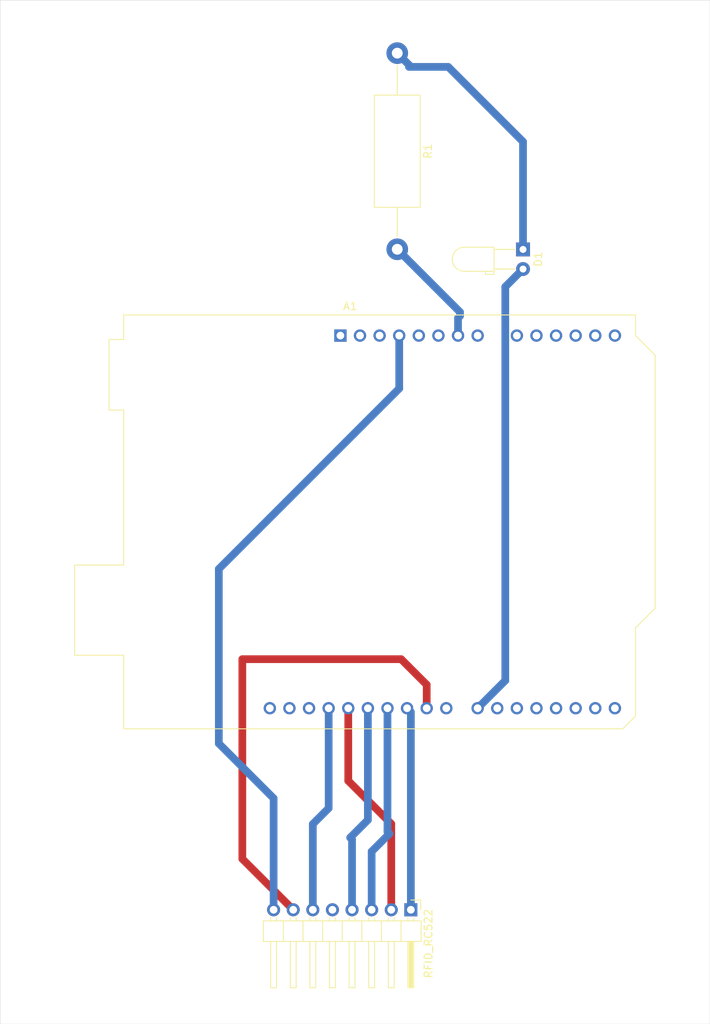
<source format=kicad_pcb>
(kicad_pcb (version 20240108) (generator "pcbnew") (generator_version "8.0")
  (layers (0 "F.Cu" signal) (31 "B.Cu" signal) (34 "B.Paste" user) (35 "F.Paste" user) (36 "B.SilkS" user "B.Silkscreen") (37 "F.SilkS" user "F.Silkscreen") (38 "B.Mask" user) (39 "F.Mask" user) (44 "Edge.Cuts" user))
  (net 0 "")
  (net 20 "/GND")
  (net 23 "/3V3")
  (net 26 "SDA_SS")
  (net 27 "Net-(A1-D7)")
  (net 28 "MISO")
  (net 29 "MOSI")
  (net 30 "SCK")
  (net 31 "Net-(A1-GND-Pad7)")
  (net 32 "RST")
  (net 33 "Net-(D1-K)")
  (footprint "Connector_PinHeader_2.54mm:PinHeader_1x08_P2.54mm_Horizontal" (layer "F.Cu") (at 90.79 142.183 -90)
    (property "Reference" "RFID_RC522" (at 4.385 -2.27 90) (layer "F.SilkS"))
    (property "Value" "Conn_01x08_Pin")
    (fp_line (start 1.44 19.11) (end 4.1 19.11) (stroke (width 0.12)) (layer "F.SilkS"))
    (fp_line (start 4.1 19.11) (end 4.1 -1.33) (stroke (width 0.12)) (layer "F.SilkS"))
    (fp_line (start 1.042929 18.16) (end 1.44 18.16) (stroke (width 0.12)) (layer "F.SilkS"))
    (fp_line (start 10.1 18.16) (end 4.1 18.16) (stroke (width 0.12)) (layer "F.SilkS"))
    (fp_line (start 1.042929 17.4) (end 1.44 17.4) (stroke (width 0.12)) (layer "F.SilkS"))
    (fp_line (start 4.1 17.4) (end 10.1 17.4) (stroke (width 0.12)) (layer "F.SilkS"))
    (fp_line (start 10.1 17.4) (end 10.1 18.16) (stroke (width 0.12)) (layer "F.SilkS"))
    (fp_line (start 1.44 16.51) (end 4.1 16.51) (stroke (width 0.12)) (layer "F.SilkS"))
    (fp_line (start 1.042929 15.62) (end 1.44 15.62) (stroke (width 0.12)) (layer "F.SilkS"))
    (fp_line (start 10.1 15.62) (end 4.1 15.62) (stroke (width 0.12)) (layer "F.SilkS"))
    (fp_line (start 1.042929 14.86) (end 1.44 14.86) (stroke (width 0.12)) (layer "F.SilkS"))
    (fp_line (start 4.1 14.86) (end 10.1 14.86) (stroke (width 0.12)) (layer "F.SilkS"))
    (fp_line (start 10.1 14.86) (end 10.1 15.62) (stroke (width 0.12)) (layer "F.SilkS"))
    (fp_line (start 1.44 13.97) (end 4.1 13.97) (stroke (width 0.12)) (layer "F.SilkS"))
    (fp_line (start 1.042929 13.08) (end 1.44 13.08) (stroke (width 0.12)) (layer "F.SilkS"))
    (fp_line (start 10.1 13.08) (end 4.1 13.08) (stroke (width 0.12)) (layer "F.SilkS"))
    (fp_line (start 1.042929 12.32) (end 1.44 12.32) (stroke (width 0.12)) (layer "F.SilkS"))
    (fp_line (start 4.1 12.32) (end 10.1 12.32) (stroke (width 0.12)) (layer "F.SilkS"))
    (fp_line (start 10.1 12.32) (end 10.1 13.08) (stroke (width 0.12)) (layer "F.SilkS"))
    (fp_line (start 1.44 11.43) (end 4.1 11.43) (stroke (width 0.12)) (layer "F.SilkS"))
    (fp_line (start 1.042929 10.54) (end 1.44 10.54) (stroke (width 0.12)) (layer "F.SilkS"))
    (fp_line (start 10.1 10.54) (end 4.1 10.54) (stroke (width 0.12)) (layer "F.SilkS"))
    (fp_line (start 1.042929 9.78) (end 1.44 9.78) (stroke (width 0.12)) (layer "F.SilkS"))
    (fp_line (start 4.1 9.78) (end 10.1 9.78) (stroke (width 0.12)) (layer "F.SilkS"))
    (fp_line (start 10.1 9.78) (end 10.1 10.54) (stroke (width 0.12)) (layer "F.SilkS"))
    (fp_line (start 1.44 8.89) (end 4.1 8.89) (stroke (width 0.12)) (layer "F.SilkS"))
    (fp_line (start 1.042929 8) (end 1.44 8) (stroke (width 0.12)) (layer "F.SilkS"))
    (fp_line (start 10.1 8) (end 4.1 8) (stroke (width 0.12)) (layer "F.SilkS"))
    (fp_line (start 1.042929 7.24) (end 1.44 7.24) (stroke (width 0.12)) (layer "F.SilkS"))
    (fp_line (start 4.1 7.24) (end 10.1 7.24) (stroke (width 0.12)) (layer "F.SilkS"))
    (fp_line (start 10.1 7.24) (end 10.1 8) (stroke (width 0.12)) (layer "F.SilkS"))
    (fp_line (start 1.44 6.35) (end 4.1 6.35) (stroke (width 0.12)) (layer "F.SilkS"))
    (fp_line (start 1.042929 5.46) (end 1.44 5.46) (stroke (width 0.12)) (layer "F.SilkS"))
    (fp_line (start 10.1 5.46) (end 4.1 5.46) (stroke (width 0.12)) (layer "F.SilkS"))
    (fp_line (start 1.042929 4.7) (end 1.44 4.7) (stroke (width 0.12)) (layer "F.SilkS"))
    (fp_line (start 4.1 4.7) (end 10.1 4.7) (stroke (width 0.12)) (layer "F.SilkS"))
    (fp_line (start 10.1 4.7) (end 10.1 5.46) (stroke (width 0.12)) (layer "F.SilkS"))
    (fp_line (start 1.44 3.81) (end 4.1 3.81) (stroke (width 0.12)) (layer "F.SilkS"))
    (fp_line (start 1.042929 2.92) (end 1.44 2.92) (stroke (width 0.12)) (layer "F.SilkS"))
    (fp_line (start 10.1 2.92) (end 4.1 2.92) (stroke (width 0.12)) (layer "F.SilkS"))
    (fp_line (start 1.042929 2.16) (end 1.44 2.16) (stroke (width 0.12)) (layer "F.SilkS"))
    (fp_line (start 4.1 2.16) (end 10.1 2.16) (stroke (width 0.12)) (layer "F.SilkS"))
    (fp_line (start 10.1 2.16) (end 10.1 2.92) (stroke (width 0.12)) (layer "F.SilkS"))
    (fp_line (start 1.44 1.27) (end 4.1 1.27) (stroke (width 0.12)) (layer "F.SilkS"))
    (fp_line (start 1.11 0.38) (end 1.44 0.38) (stroke (width 0.12)) (layer "F.SilkS"))
    (fp_line (start 10.1 0.38) (end 4.1 0.38) (stroke (width 0.12)) (layer "F.SilkS"))
    (fp_line (start 4.1 0.28) (end 10.1 0.28) (stroke (width 0.12)) (layer "F.SilkS"))
    (fp_line (start 4.1 0.16) (end 10.1 0.16) (stroke (width 0.12)) (layer "F.SilkS"))
    (fp_line (start 4.1 0.04) (end 10.1 0.04) (stroke (width 0.12)) (layer "F.SilkS"))
    (fp_line (start -1.27 0) (end -1.27 -1.27) (stroke (width 0.12)) (layer "F.SilkS"))
    (fp_line (start 4.1 -0.08) (end 10.1 -0.08) (stroke (width 0.12)) (layer "F.SilkS"))
    (fp_line (start 4.1 -0.2) (end 10.1 -0.2) (stroke (width 0.12)) (layer "F.SilkS"))
    (fp_line (start 4.1 -0.32) (end 10.1 -0.32) (stroke (width 0.12)) (layer "F.SilkS"))
    (fp_line (start 1.11 -0.38) (end 1.44 -0.38) (stroke (width 0.12)) (layer "F.SilkS"))
    (fp_line (start 4.1 -0.38) (end 10.1 -0.38) (stroke (width 0.12)) (layer "F.SilkS"))
    (fp_line (start 10.1 -0.38) (end 10.1 0.38) (stroke (width 0.12)) (layer "F.SilkS"))
    (fp_line (start -1.27 -1.27) (end 0 -1.27) (stroke (width 0.12)) (layer "F.SilkS"))
    (fp_line (start 1.44 -1.33) (end 1.44 19.11) (stroke (width 0.12)) (layer "F.SilkS"))
    (fp_line (start 4.1 -1.33) (end 1.44 -1.33) (stroke (width 0.12)) (layer "F.SilkS"))
    (pad "1" thru_hole rect (at 0 0 270) (size 1.7 1.7) (drill 1) (layers "*.Cu" "*.Mask") (net 26 "SDA_SS"))
    (pad "2" thru_hole oval (at 0 2.54 270) (size 1.7 1.7) (drill 1) (layers "*.Cu" "*.Mask") (net 30 "SCK"))
    (pad "3" thru_hole oval (at 0 5.08 270) (size 1.7 1.7) (drill 1) (layers "*.Cu" "*.Mask") (net 29 "MOSI"))
    (pad "4" thru_hole oval (at 0 7.62 270) (size 1.7 1.7) (drill 1) (layers "*.Cu" "*.Mask") (net 28 "MISO"))
    (pad "5" thru_hole oval (at 0 10.16 270) (size 1.7 1.7) (drill 1) (layers "*.Cu" "*.Mask"))
    (pad "6" thru_hole oval (at 0 12.7 270) (size 1.7 1.7) (drill 1) (layers "*.Cu" "*.Mask") (net 20 "/GND"))
    (pad "7" thru_hole oval (at 0 15.24 270) (size 1.7 1.7) (drill 1) (layers "*.Cu" "*.Mask") (net 32 "RST"))
    (pad "8" thru_hole oval (at 0 17.78 270) (size 1.7 1.7) (drill 1) (layers "*.Cu" "*.Mask") (net 23 "/3V3"))
  )
  (footprint "Module:Arduino_UNO_R3" (layer "F.Cu") (at 81.661 67.818)
    (property "Reference" "A1" (at 1.27 -3.81 180) (layer "F.SilkS"))
    (property "Value" "Arduino_UNO_R3")
    (fp_line (start -34.42 29.72) (end -34.42 41.4) (stroke (width 0.12)) (layer "F.SilkS"))
    (fp_line (start -34.42 41.4) (end -28.07 41.4) (stroke (width 0.12)) (layer "F.SilkS"))
    (fp_line (start -29.97 0.51) (end -29.97 9.65) (stroke (width 0.12)) (layer "F.SilkS"))
    (fp_line (start -29.97 9.65) (end -28.07 9.65) (stroke (width 0.12)) (layer "F.SilkS"))
    (fp_line (start -28.07 -2.67) (end -28.07 0.51) (stroke (width 0.12)) (layer "F.SilkS"))
    (fp_line (start -28.07 0.51) (end -29.97 0.51) (stroke (width 0.12)) (layer "F.SilkS"))
    (fp_line (start -28.07 9.65) (end -28.07 29.72) (stroke (width 0.12)) (layer "F.SilkS"))
    (fp_line (start -28.07 29.72) (end -34.42 29.72) (stroke (width 0.12)) (layer "F.SilkS"))
    (fp_line (start -28.07 41.4) (end -28.07 50.93) (stroke (width 0.12)) (layer "F.SilkS"))
    (fp_line (start -28.07 50.93) (end 36.58 50.93) (stroke (width 0.12)) (layer "F.SilkS"))
    (fp_line (start 36.58 50.93) (end 38.23 49.28) (stroke (width 0.12)) (layer "F.SilkS"))
    (fp_line (start 38.23 -2.67) (end -28.07 -2.67) (stroke (width 0.12)) (layer "F.SilkS"))
    (fp_line (start 38.23 0) (end 38.23 -2.67) (stroke (width 0.12)) (layer "F.SilkS"))
    (fp_line (start 38.23 37.85) (end 40.77 35.31) (stroke (width 0.12)) (layer "F.SilkS"))
    (fp_line (start 38.23 49.28) (end 38.23 37.85) (stroke (width 0.12)) (layer "F.SilkS"))
    (fp_line (start 40.77 2.54) (end 38.23 0) (stroke (width 0.12)) (layer "F.SilkS"))
    (fp_line (start 40.77 35.31) (end 40.77 2.54) (stroke (width 0.12)) (layer "F.SilkS"))
    (pad "1" thru_hole rect (at 0 0 90) (size 1.6 1.6) (drill 1) (layers "*.Cu" "*.Mask"))
    (pad "2" thru_hole oval (at 2.54 0 90) (size 1.6 1.6) (drill 1) (layers "*.Cu" "*.Mask"))
    (pad "3" thru_hole oval (at 5.08 0 90) (size 1.6 1.6) (drill 1) (layers "*.Cu" "*.Mask"))
    (pad "4" thru_hole oval (at 7.62 0 90) (size 1.6 1.6) (drill 1) (layers "*.Cu" "*.Mask") (net 23 "/3V3"))
    (pad "5" thru_hole oval (at 10.16 0 90) (size 1.6 1.6) (drill 1) (layers "*.Cu" "*.Mask"))
    (pad "6" thru_hole oval (at 12.7 0 90) (size 1.6 1.6) (drill 1) (layers "*.Cu" "*.Mask"))
    (pad "7" thru_hole oval (at 15.24 0 90) (size 1.6 1.6) (drill 1) (layers "*.Cu" "*.Mask") (net 31 "Net-(A1-GND-Pad7)"))
    (pad "8" thru_hole oval (at 17.78 0 90) (size 1.6 1.6) (drill 1) (layers "*.Cu" "*.Mask"))
    (pad "9" thru_hole oval (at 22.86 0 90) (size 1.6 1.6) (drill 1) (layers "*.Cu" "*.Mask"))
    (pad "10" thru_hole oval (at 25.4 0 90) (size 1.6 1.6) (drill 1) (layers "*.Cu" "*.Mask"))
    (pad "11" thru_hole oval (at 27.94 0 90) (size 1.6 1.6) (drill 1) (layers "*.Cu" "*.Mask"))
    (pad "12" thru_hole oval (at 30.48 0 90) (size 1.6 1.6) (drill 1) (layers "*.Cu" "*.Mask"))
    (pad "13" thru_hole oval (at 33.02 0 90) (size 1.6 1.6) (drill 1) (layers "*.Cu" "*.Mask"))
    (pad "14" thru_hole oval (at 35.56 0 90) (size 1.6 1.6) (drill 1) (layers "*.Cu" "*.Mask"))
    (pad "15" thru_hole oval (at 35.56 48.26 90) (size 1.6 1.6) (drill 1) (layers "*.Cu" "*.Mask"))
    (pad "16" thru_hole oval (at 33.02 48.26 90) (size 1.6 1.6) (drill 1) (layers "*.Cu" "*.Mask"))
    (pad "17" thru_hole oval (at 30.48 48.26 90) (size 1.6 1.6) (drill 1) (layers "*.Cu" "*.Mask"))
    (pad "18" thru_hole oval (at 27.94 48.26 90) (size 1.6 1.6) (drill 1) (layers "*.Cu" "*.Mask"))
    (pad "19" thru_hole oval (at 25.4 48.26 90) (size 1.6 1.6) (drill 1) (layers "*.Cu" "*.Mask"))
    (pad "20" thru_hole oval (at 22.86 48.26 90) (size 1.6 1.6) (drill 1) (layers "*.Cu" "*.Mask"))
    (pad "21" thru_hole oval (at 20.32 48.26 90) (size 1.6 1.6) (drill 1) (layers "*.Cu" "*.Mask"))
    (pad "22" thru_hole oval (at 17.78 48.26 90) (size 1.6 1.6) (drill 1) (layers "*.Cu" "*.Mask") (net 27 "Net-(A1-D7)"))
    (pad "23" thru_hole oval (at 13.72 48.26 90) (size 1.6 1.6) (drill 1) (layers "*.Cu" "*.Mask"))
    (pad "24" thru_hole oval (at 11.18 48.26 90) (size 1.6 1.6) (drill 1) (layers "*.Cu" "*.Mask") (net 32 "RST"))
    (pad "25" thru_hole oval (at 8.64 48.26 90) (size 1.6 1.6) (drill 1) (layers "*.Cu" "*.Mask") (net 26 "SDA_SS"))
    (pad "26" thru_hole oval (at 6.1 48.26 90) (size 1.6 1.6) (drill 1) (layers "*.Cu" "*.Mask") (net 29 "MOSI"))
    (pad "27" thru_hole oval (at 3.56 48.26 90) (size 1.6 1.6) (drill 1) (layers "*.Cu" "*.Mask") (net 28 "MISO"))
    (pad "28" thru_hole oval (at 1.02 48.26 90) (size 1.6 1.6) (drill 1) (layers "*.Cu" "*.Mask") (net 30 "SCK"))
    (pad "29" thru_hole oval (at -1.52 48.26 90) (size 1.6 1.6) (drill 1) (layers "*.Cu" "*.Mask") (net 20 "/GND"))
    (pad "30" thru_hole oval (at -4.06 48.26 90) (size 1.6 1.6) (drill 1) (layers "*.Cu" "*.Mask"))
    (pad "31" thru_hole oval (at -6.6 48.26 90) (size 1.6 1.6) (drill 1) (layers "*.Cu" "*.Mask"))
    (pad "32" thru_hole oval (at -9.14 48.26 90) (size 1.6 1.6) (drill 1) (layers "*.Cu" "*.Mask"))
  )
  (footprint "LED_THT:LED_D3.0mm_Horizontal_O3.81mm_Z2.0mm" (layer "F.Cu") (at 105.319 56.662 -90)
    (property "Reference" "D1" (at 1.27 -1.96 90) (layer "F.SilkS"))
    (property "Value" "LED")
    (fp_line (start 2.83 4.87) (end 2.83 3.75) (stroke (width 0.12)) (layer "F.SilkS"))
    (fp_line (start 3.23 4.87) (end 2.83 4.87) (stroke (width 0.12)) (layer "F.SilkS"))
    (fp_line (start -0.29 3.75) (end -0.29 7.61) (stroke (width 0.12)) (layer "F.SilkS"))
    (fp_line (start -0.29 3.75) (end 2.83 3.75) (stroke (width 0.12)) (layer "F.SilkS"))
    (fp_line (start 0 3.75) (end 0 3.75) (stroke (width 0.12)) (layer "F.SilkS"))
    (fp_line (start 0 3.75) (end 0 1.08) (stroke (width 0.12)) (layer "F.SilkS"))
    (fp_line (start 2.54 3.75) (end 2.54 3.75) (stroke (width 0.12)) (layer "F.SilkS"))
    (fp_line (start 2.54 3.75) (end 2.54 1.08) (stroke (width 0.12)) (layer "F.SilkS"))
    (fp_line (start 2.83 3.75) (end 2.83 7.61) (stroke (width 0.12)) (layer "F.SilkS"))
    (fp_line (start 2.83 3.75) (end 3.23 3.75) (stroke (width 0.12)) (layer "F.SilkS"))
    (fp_line (start 3.23 3.75) (end 3.23 4.87) (stroke (width 0.12)) (layer "F.SilkS"))
    (fp_line (start 0 1.08) (end 0 3.75) (stroke (width 0.12)) (layer "F.SilkS"))
    (fp_line (start 0 1.08) (end 0 1.08) (stroke (width 0.12)) (layer "F.SilkS"))
    (fp_line (start 2.54 1.08) (end 2.54 3.75) (stroke (width 0.12)) (layer "F.SilkS"))
    (fp_line (start 2.54 1.08) (end 2.54 1.08) (stroke (width 0.12)) (layer "F.SilkS"))
    (fp_arc (start 2.83 7.61) (mid 1.27 9.17) (end -0.29 7.61) (stroke (width 0.12)) (layer "F.SilkS"))
    (pad "1" thru_hole rect (at 0 0 270) (size 1.8 1.8) (drill 0.9) (layers "*.Cu" "*.Mask") (net 33 "Net-(D1-K)"))
    (pad "2" thru_hole circle (at 2.54 0 270) (size 1.8 1.8) (drill 0.9) (layers "*.Cu" "*.Mask") (net 27 "Net-(A1-D7)"))
  )
  (footprint "Resistor_THT:R_Axial_DIN0614_L14.3mm_D5.7mm_P25.40mm_Horizontal" (layer "F.Cu") (at 89.027 31.242 -90)
    (property "Reference" "R1" (at 12.7 -3.97 90) (layer "F.SilkS"))
    (property "Value" "220")
    (fp_line (start 5.43 2.97) (end 19.97 2.97) (stroke (width 0.12)) (layer "F.SilkS"))
    (fp_line (start 19.97 2.97) (end 19.97 -2.97) (stroke (width 0.12)) (layer "F.SilkS"))
    (fp_line (start 1.64 0) (end 5.43 0) (stroke (width 0.12)) (layer "F.SilkS"))
    (fp_line (start 23.76 0) (end 19.97 0) (stroke (width 0.12)) (layer "F.SilkS"))
    (fp_line (start 5.43 -2.97) (end 5.43 2.97) (stroke (width 0.12)) (layer "F.SilkS"))
    (fp_line (start 19.97 -2.97) (end 5.43 -2.97) (stroke (width 0.12)) (layer "F.SilkS"))
    (pad "1" thru_hole circle (at 0 0 270) (size 2.8 2.8) (drill 1.4) (layers "*.Cu" "*.Mask") (net 33 "Net-(D1-K)"))
    (pad "2" thru_hole oval (at 25.4 0 270) (size 2.8 2.8) (drill 1.4) (layers "*.Cu" "*.Mask") (net 31 "Net-(A1-GND-Pad7)"))
  )
  (gr_rect (start 37.592 24.384) (end 129.54 156.972) (stroke (width 0.05)) (fill none) (layer "Edge.Cuts"))
  (segment (start 80.141 129.028) (end 80.141 116.078) (width 1) (layer "B.Cu") (net 20))
  (segment (start 78.09 131.079) (end 80.141 129.028) (width 1) (layer "B.Cu") (net 20))
  (segment (start 78.09 142.183) (end 78.09 131.079) (width 1) (layer "B.Cu") (net 20))
  (segment (start 73.01 142.183) (end 73.01 127.747) (width 1) (layer "B.Cu") (net 23))
  (segment (start 89.281 74.676) (end 89.281 67.818) (width 1) (layer "B.Cu") (net 23))
  (segment (start 65.913 120.65) (end 65.913 98.044) (width 1) (layer "B.Cu") (net 23))
  (segment (start 65.913 98.044) (end 89.281 74.676) (width 1) (layer "B.Cu") (net 23))
  (segment (start 73.01 127.747) (end 65.913 120.65) (width 1) (layer "B.Cu") (net 23))
  (segment (start 90.79 116.567) (end 90.301 116.078) (width 1) (layer "B.Cu") (net 26))
  (segment (start 90.79 142.183) (end 90.79 116.567) (width 1) (layer "B.Cu") (net 26))
  (segment (start 103.021 61.5) (end 103.021 112.498) (width 1) (layer "B.Cu") (net 27))
  (segment (start 105.319 59.202) (end 103.021 61.5) (width 1) (layer "B.Cu") (net 27))
  (segment (start 103.021 112.498) (end 99.441 116.078) (width 1) (layer "B.Cu") (net 27))
  (segment (start 83.17 142.183) (end 83.17 133.081) (width 1) (layer "B.Cu") (net 28))
  (segment (start 82.931 132.842) (end 85.221 130.552) (width 1) (layer "B.Cu") (net 28))
  (segment (start 85.221 130.552) (end 85.221 116.078) (width 1) (layer "B.Cu") (net 28))
  (segment (start 83.17 133.081) (end 82.931 132.842) (width 1) (layer "B.Cu") (net 28))
  (segment (start 85.71 142.183) (end 85.71 134.635) (width 1) (layer "B.Cu") (net 29))
  (segment (start 87.761 132.084) (end 87.761 116.078) (width 1) (layer "B.Cu") (net 29))
  (segment (start 85.71 134.635) (end 88.011 132.334) (width 1) (layer "B.Cu") (net 29))
  (segment (start 88.011 132.334) (end 87.761 132.084) (width 1) (layer "B.Cu") (net 29))
  (segment (start 88.25 131.049) (end 82.681 125.48) (width 1) (layer "F.Cu") (net 30))
  (segment (start 82.681 125.48) (end 82.681 116.078) (width 1) (layer "F.Cu") (net 30))
  (segment (start 88.25 142.183) (end 88.25 131.049) (width 1) (layer "F.Cu") (net 30))
  (segment (start 96.901 65.532) (end 96.901 67.818) (width 1) (layer "B.Cu") (net 31))
  (segment (start 97.155 65.278) (end 96.901 65.532) (width 1) (layer "B.Cu") (net 31))
  (segment (start 97.155 64.77) (end 97.155 65.278) (width 1) (layer "B.Cu") (net 31))
  (segment (start 89.027 56.642) (end 97.155 64.77) (width 1) (layer "B.Cu") (net 31))
  (segment (start 89.535 109.728) (end 92.841 113.034) (width 1) (layer "F.Cu") (net 32))
  (segment (start 92.841 113.034) (end 92.841 116.078) (width 1) (layer "F.Cu") (net 32))
  (segment (start 75.55 142.183) (end 68.961 135.594) (width 1) (layer "F.Cu") (net 32))
  (segment (start 68.961 109.728) (end 89.535 109.728) (width 1) (layer "F.Cu") (net 32))
  (segment (start 68.961 135.594) (end 68.961 109.728) (width 1) (layer "F.Cu") (net 32))
  (segment (start 90.551 32.766) (end 89.027 31.242) (width 1) (layer "B.Cu") (net 33))
  (segment (start 95.631 33.02) (end 90.551 33.02) (width 1) (layer "B.Cu") (net 33))
  (segment (start 105.319 42.708) (end 95.631 33.02) (width 1) (layer "B.Cu") (net 33))
  (segment (start 90.551 33.02) (end 90.551 32.766) (width 1) (layer "B.Cu") (net 33))
  (segment (start 105.319 56.662) (end 105.319 42.708) (width 1) (layer "B.Cu") (net 33))
)
</source>
